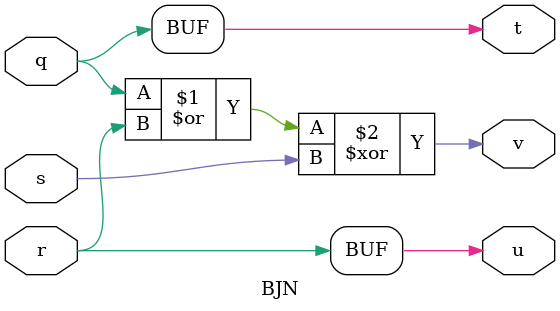
<source format=v>
`timescale 1ns / 1ps
module BJN(t,u,v,q,r,s);
input q,r,s;
output t,u,v;

assign t = q;
assign u = r;
assign v = (q|r)^s;

endmodule

</source>
